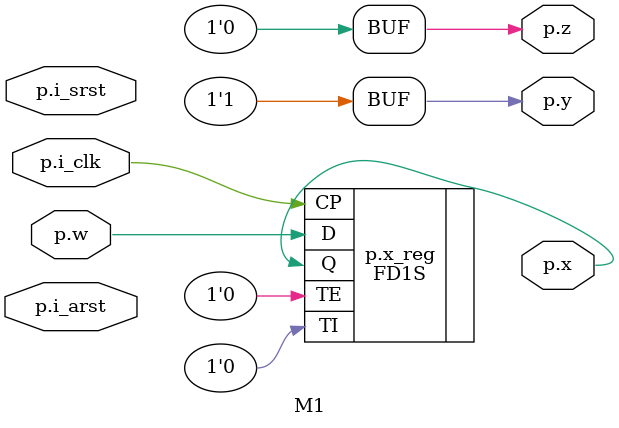
<source format=v>


module M1 ( \p.z , \p.y , \p.x , \p.i_clk , \p.i_srst , \p.i_arst , \p.w  );
  input \p.i_clk , \p.i_srst , \p.i_arst , \p.w ;
  output \p.z , \p.y , \p.x ;

  assign \p.z  = 1'b0;
  assign \p.y  = 1'b1;

  FD1S \p.x_reg  ( .D(\p.w ), .TI(1'b0), .TE(1'b0), .CP(\p.i_clk ), .Q(\p.x )
         );
endmodule


</source>
